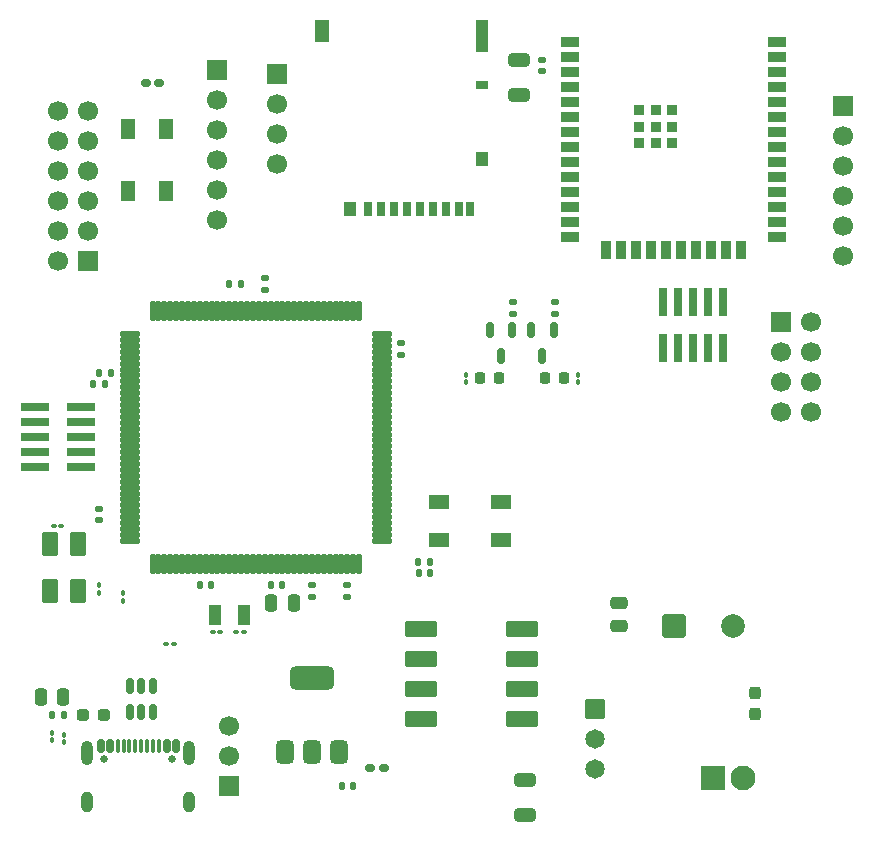
<source format=gbr>
%TF.GenerationSoftware,KiCad,Pcbnew,9.0.3*%
%TF.CreationDate,2025-07-12T21:01:37+12:00*%
%TF.ProjectId,RemiRAT,52656d69-5241-4542-9e6b-696361645f70,rev?*%
%TF.SameCoordinates,Original*%
%TF.FileFunction,Soldermask,Top*%
%TF.FilePolarity,Negative*%
%FSLAX46Y46*%
G04 Gerber Fmt 4.6, Leading zero omitted, Abs format (unit mm)*
G04 Created by KiCad (PCBNEW 9.0.3) date 2025-07-12 21:01:37*
%MOMM*%
%LPD*%
G01*
G04 APERTURE LIST*
G04 Aperture macros list*
%AMRoundRect*
0 Rectangle with rounded corners*
0 $1 Rounding radius*
0 $2 $3 $4 $5 $6 $7 $8 $9 X,Y pos of 4 corners*
0 Add a 4 corners polygon primitive as box body*
4,1,4,$2,$3,$4,$5,$6,$7,$8,$9,$2,$3,0*
0 Add four circle primitives for the rounded corners*
1,1,$1+$1,$2,$3*
1,1,$1+$1,$4,$5*
1,1,$1+$1,$6,$7*
1,1,$1+$1,$8,$9*
0 Add four rect primitives between the rounded corners*
20,1,$1+$1,$2,$3,$4,$5,0*
20,1,$1+$1,$4,$5,$6,$7,0*
20,1,$1+$1,$6,$7,$8,$9,0*
20,1,$1+$1,$8,$9,$2,$3,0*%
G04 Aperture macros list end*
%ADD10RoundRect,0.237500X-0.287500X-0.237500X0.287500X-0.237500X0.287500X0.237500X-0.287500X0.237500X0*%
%ADD11RoundRect,0.135000X0.185000X-0.135000X0.185000X0.135000X-0.185000X0.135000X-0.185000X-0.135000X0*%
%ADD12RoundRect,0.100000X0.130000X0.100000X-0.130000X0.100000X-0.130000X-0.100000X0.130000X-0.100000X0*%
%ADD13RoundRect,0.102000X0.500000X-0.775000X0.500000X0.775000X-0.500000X0.775000X-0.500000X-0.775000X0*%
%ADD14RoundRect,0.150000X-0.150000X0.512500X-0.150000X-0.512500X0.150000X-0.512500X0.150000X0.512500X0*%
%ADD15RoundRect,0.100000X-0.130000X-0.100000X0.130000X-0.100000X0.130000X0.100000X-0.130000X0.100000X0*%
%ADD16RoundRect,0.135000X0.135000X0.185000X-0.135000X0.185000X-0.135000X-0.185000X0.135000X-0.185000X0*%
%ADD17RoundRect,0.140000X0.170000X-0.140000X0.170000X0.140000X-0.170000X0.140000X-0.170000X-0.140000X0*%
%ADD18RoundRect,0.250000X-0.650000X0.325000X-0.650000X-0.325000X0.650000X-0.325000X0.650000X0.325000X0*%
%ADD19RoundRect,0.102000X-0.735000X-0.140000X0.735000X-0.140000X0.735000X0.140000X-0.735000X0.140000X0*%
%ADD20RoundRect,0.102000X-0.140000X-0.735000X0.140000X-0.735000X0.140000X0.735000X-0.140000X0.735000X0*%
%ADD21RoundRect,0.250000X-0.750000X-0.750000X0.750000X-0.750000X0.750000X0.750000X-0.750000X0.750000X0*%
%ADD22C,2.000000*%
%ADD23RoundRect,0.218750X-0.218750X-0.256250X0.218750X-0.256250X0.218750X0.256250X-0.218750X0.256250X0*%
%ADD24R,0.700000X1.200000*%
%ADD25R,1.000000X0.800000*%
%ADD26R,1.000000X1.200000*%
%ADD27R,1.000000X2.800000*%
%ADD28R,1.300000X1.900000*%
%ADD29RoundRect,0.375000X0.375000X-0.625000X0.375000X0.625000X-0.375000X0.625000X-0.375000X-0.625000X0*%
%ADD30RoundRect,0.500000X1.400000X-0.500000X1.400000X0.500000X-1.400000X0.500000X-1.400000X-0.500000X0*%
%ADD31RoundRect,0.237500X0.237500X-0.287500X0.237500X0.287500X-0.237500X0.287500X-0.237500X-0.287500X0*%
%ADD32RoundRect,0.140000X0.140000X0.170000X-0.140000X0.170000X-0.140000X-0.170000X0.140000X-0.170000X0*%
%ADD33RoundRect,0.250000X0.650000X-0.325000X0.650000X0.325000X-0.650000X0.325000X-0.650000X-0.325000X0*%
%ADD34RoundRect,0.218750X0.218750X0.256250X-0.218750X0.256250X-0.218750X-0.256250X0.218750X-0.256250X0*%
%ADD35R,1.700000X1.700000*%
%ADD36C,1.700000*%
%ADD37RoundRect,0.102000X-0.600000X-0.900000X0.600000X-0.900000X0.600000X0.900000X-0.600000X0.900000X0*%
%ADD38RoundRect,0.250001X-0.799999X-0.799999X0.799999X-0.799999X0.799999X0.799999X-0.799999X0.799999X0*%
%ADD39C,2.100000*%
%ADD40RoundRect,0.100000X0.100000X-0.130000X0.100000X0.130000X-0.100000X0.130000X-0.100000X-0.130000X0*%
%ADD41RoundRect,0.140000X-0.140000X-0.170000X0.140000X-0.170000X0.140000X0.170000X-0.140000X0.170000X0*%
%ADD42RoundRect,0.250000X0.250000X0.475000X-0.250000X0.475000X-0.250000X-0.475000X0.250000X-0.475000X0*%
%ADD43C,0.650000*%
%ADD44RoundRect,0.150000X-0.150000X-0.425000X0.150000X-0.425000X0.150000X0.425000X-0.150000X0.425000X0*%
%ADD45RoundRect,0.075000X-0.075000X-0.500000X0.075000X-0.500000X0.075000X0.500000X-0.075000X0.500000X0*%
%ADD46O,1.000000X2.100000*%
%ADD47O,1.000000X1.800000*%
%ADD48R,0.740000X2.400000*%
%ADD49RoundRect,0.250000X-0.250000X-0.475000X0.250000X-0.475000X0.250000X0.475000X-0.250000X0.475000X0*%
%ADD50RoundRect,0.102000X-1.220000X-0.565000X1.220000X-0.565000X1.220000X0.565000X-1.220000X0.565000X0*%
%ADD51R,1.498600X0.889000*%
%ADD52R,0.889000X1.498600*%
%ADD53R,0.889000X0.889000*%
%ADD54RoundRect,0.102000X-0.724000X0.724000X-0.724000X-0.724000X0.724000X-0.724000X0.724000X0.724000X0*%
%ADD55C,1.652000*%
%ADD56RoundRect,0.100000X-0.100000X0.130000X-0.100000X-0.130000X0.100000X-0.130000X0.100000X0.130000X0*%
%ADD57RoundRect,0.250000X0.475000X-0.250000X0.475000X0.250000X-0.475000X0.250000X-0.475000X-0.250000X0*%
%ADD58RoundRect,0.160000X-0.222500X-0.160000X0.222500X-0.160000X0.222500X0.160000X-0.222500X0.160000X0*%
%ADD59R,2.400000X0.740000*%
%ADD60RoundRect,0.140000X-0.170000X0.140000X-0.170000X-0.140000X0.170000X-0.140000X0.170000X0.140000X0*%
%ADD61RoundRect,0.135000X-0.185000X0.135000X-0.185000X-0.135000X0.185000X-0.135000X0.185000X0.135000X0*%
%ADD62RoundRect,0.102000X0.775000X0.500000X-0.775000X0.500000X-0.775000X-0.500000X0.775000X-0.500000X0*%
%ADD63RoundRect,0.135000X-0.135000X-0.185000X0.135000X-0.185000X0.135000X0.185000X-0.135000X0.185000X0*%
%ADD64R,1.000000X1.800000*%
%ADD65RoundRect,0.150000X0.150000X-0.512500X0.150000X0.512500X-0.150000X0.512500X-0.150000X-0.512500X0*%
G04 APERTURE END LIST*
D10*
%TO.C,F1*%
X123625000Y-111000000D03*
X125375000Y-111000000D03*
%TD*%
D11*
%TO.C,R11*%
X160050000Y-77010000D03*
X160050000Y-75990000D03*
%TD*%
D12*
%TO.C,C7*%
X137225000Y-104000000D03*
X136585000Y-104000000D03*
%TD*%
D13*
%TO.C,S3*%
X127400000Y-66625000D03*
X127400000Y-61375000D03*
X130600000Y-66625000D03*
X130600000Y-61375000D03*
%TD*%
D14*
%TO.C,Q2*%
X159950000Y-78362500D03*
X158050000Y-78362500D03*
X159000000Y-80637500D03*
%TD*%
D15*
%TO.C,R4*%
X130680000Y-105000000D03*
X131320000Y-105000000D03*
%TD*%
D16*
%TO.C,R5*%
X153010000Y-98000000D03*
X151990000Y-98000000D03*
%TD*%
D17*
%TO.C,C21*%
X150500000Y-80480000D03*
X150500000Y-79520000D03*
%TD*%
D18*
%TO.C,C8*%
X160500000Y-55525000D03*
X160500000Y-58475000D03*
%TD*%
D19*
%TO.C,U1*%
X127580000Y-78750000D03*
X127580000Y-79250000D03*
X127580000Y-79750000D03*
X127580000Y-80250000D03*
X127580000Y-80750000D03*
X127580000Y-81250000D03*
X127580000Y-81750000D03*
X127580000Y-82250000D03*
X127580000Y-82750000D03*
X127580000Y-83250000D03*
X127580000Y-83750000D03*
X127580000Y-84250000D03*
X127580000Y-84750000D03*
X127580000Y-85250000D03*
X127580000Y-85750000D03*
X127580000Y-86250000D03*
X127580000Y-86750000D03*
X127580000Y-87250000D03*
X127580000Y-87750000D03*
X127580000Y-88250000D03*
X127580000Y-88750000D03*
X127580000Y-89250000D03*
X127580000Y-89750000D03*
X127580000Y-90250000D03*
X127580000Y-90750000D03*
X127580000Y-91250000D03*
X127580000Y-91750000D03*
X127580000Y-92250000D03*
X127580000Y-92750000D03*
X127580000Y-93250000D03*
X127580000Y-93750000D03*
X127580000Y-94250000D03*
X127580000Y-94750000D03*
X127580000Y-95250000D03*
X127580000Y-95750000D03*
X127580000Y-96250000D03*
D20*
X129500000Y-98170000D03*
X130000000Y-98170000D03*
X130500000Y-98170000D03*
X131000000Y-98170000D03*
X131500000Y-98170000D03*
X132000000Y-98170000D03*
X132500000Y-98170000D03*
X133000000Y-98170000D03*
X133500000Y-98170000D03*
X134000000Y-98170000D03*
X134500000Y-98170000D03*
X135000000Y-98170000D03*
X135500000Y-98170000D03*
X136000000Y-98170000D03*
X136500000Y-98170000D03*
X137000000Y-98170000D03*
X137500000Y-98170000D03*
X138000000Y-98170000D03*
X138500000Y-98170000D03*
X139000000Y-98170000D03*
X139500000Y-98170000D03*
X140000000Y-98170000D03*
X140500000Y-98170000D03*
X141000000Y-98170000D03*
X141500000Y-98170000D03*
X142000000Y-98170000D03*
X142500000Y-98170000D03*
X143000000Y-98170000D03*
X143500000Y-98170000D03*
X144000000Y-98170000D03*
X144500000Y-98170000D03*
X145000000Y-98170000D03*
X145500000Y-98170000D03*
X146000000Y-98170000D03*
X146500000Y-98170000D03*
X147000000Y-98170000D03*
D19*
X148920000Y-96250000D03*
X148920000Y-95750000D03*
X148920000Y-95250000D03*
X148920000Y-94750000D03*
X148920000Y-94250000D03*
X148920000Y-93750000D03*
X148920000Y-93250000D03*
X148920000Y-92750000D03*
X148920000Y-92250000D03*
X148920000Y-91750000D03*
X148920000Y-91250000D03*
X148920000Y-90750000D03*
X148920000Y-90250000D03*
X148920000Y-89750000D03*
X148920000Y-89250000D03*
X148920000Y-88750000D03*
X148920000Y-88250000D03*
X148920000Y-87750000D03*
X148920000Y-87250000D03*
X148920000Y-86750000D03*
X148920000Y-86250000D03*
X148920000Y-85750000D03*
X148920000Y-85250000D03*
X148920000Y-84750000D03*
X148920000Y-84250000D03*
X148920000Y-83750000D03*
X148920000Y-83250000D03*
X148920000Y-82750000D03*
X148920000Y-82250000D03*
X148920000Y-81750000D03*
X148920000Y-81250000D03*
X148920000Y-80750000D03*
X148920000Y-80250000D03*
X148920000Y-79750000D03*
X148920000Y-79250000D03*
X148920000Y-78750000D03*
D20*
X147000000Y-76830000D03*
X146500000Y-76830000D03*
X146000000Y-76830000D03*
X145500000Y-76830000D03*
X145000000Y-76830000D03*
X144500000Y-76830000D03*
X144000000Y-76830000D03*
X143500000Y-76830000D03*
X143000000Y-76830000D03*
X142500000Y-76830000D03*
X142000000Y-76830000D03*
X141500000Y-76830000D03*
X141000000Y-76830000D03*
X140500000Y-76830000D03*
X140000000Y-76830000D03*
X139500000Y-76830000D03*
X139000000Y-76830000D03*
X138500000Y-76830000D03*
X138000000Y-76830000D03*
X137500000Y-76830000D03*
X137000000Y-76830000D03*
X136500000Y-76830000D03*
X136000000Y-76830000D03*
X135500000Y-76830000D03*
X135000000Y-76830000D03*
X134500000Y-76830000D03*
X134000000Y-76830000D03*
X133500000Y-76830000D03*
X133000000Y-76830000D03*
X132500000Y-76830000D03*
X132000000Y-76830000D03*
X131500000Y-76830000D03*
X131000000Y-76830000D03*
X130500000Y-76830000D03*
X130000000Y-76830000D03*
X129500000Y-76830000D03*
%TD*%
D21*
%TO.C,C11*%
X173632323Y-103500000D03*
D22*
X178632323Y-103500000D03*
%TD*%
D12*
%TO.C,C5*%
X121790000Y-94970000D03*
X121150000Y-94970000D03*
%TD*%
D23*
%TO.C,LD1*%
X162762500Y-82500000D03*
X164337500Y-82500000D03*
%TD*%
D24*
%TO.C,J4*%
X147755000Y-68190000D03*
X148855000Y-68190000D03*
X149955000Y-68190000D03*
X151055000Y-68190000D03*
X152155000Y-68190000D03*
X153255000Y-68190000D03*
X154355000Y-68190000D03*
X155455000Y-68190000D03*
X156405000Y-68190000D03*
D25*
X157355000Y-57690000D03*
D26*
X157355000Y-63890000D03*
D27*
X157355000Y-53540000D03*
D26*
X146205000Y-68190000D03*
D28*
X143855000Y-53090000D03*
%TD*%
D29*
%TO.C,VR1*%
X140700000Y-114150000D03*
X143000000Y-114150000D03*
X145300000Y-114150000D03*
D30*
X143000000Y-107850000D03*
%TD*%
D17*
%TO.C,C10*%
X125000000Y-94480000D03*
X125000000Y-93520000D03*
%TD*%
D31*
%TO.C,F3*%
X180500000Y-110875000D03*
X180500000Y-109125000D03*
%TD*%
D32*
%TO.C,C3*%
X152980000Y-99000000D03*
X152020000Y-99000000D03*
%TD*%
D33*
%TO.C,C13*%
X161000000Y-119475000D03*
X161000000Y-116525000D03*
%TD*%
D34*
%TO.C,LD2*%
X158837500Y-82500000D03*
X157262500Y-82500000D03*
%TD*%
D35*
%TO.C,J11*%
X136000000Y-117000000D03*
D36*
X136000000Y-114460000D03*
X136000000Y-111920000D03*
%TD*%
D16*
%TO.C,R14*%
X126010000Y-82000000D03*
X124990000Y-82000000D03*
%TD*%
D37*
%TO.C,Y1*%
X120800000Y-96500000D03*
X120800000Y-100500000D03*
X123200000Y-100500000D03*
X123200000Y-96500000D03*
%TD*%
D35*
%TO.C,J3*%
X188000000Y-59460000D03*
D36*
X188000000Y-62000000D03*
X188000000Y-64540000D03*
X188000000Y-67080000D03*
X188000000Y-69620000D03*
X188000000Y-72160000D03*
%TD*%
D35*
%TO.C,J9*%
X182725000Y-77690000D03*
D36*
X185265000Y-77690000D03*
X182725000Y-80230000D03*
X185265000Y-80230000D03*
X182725000Y-82770000D03*
X185265000Y-82770000D03*
X182725000Y-85310000D03*
X185265000Y-85310000D03*
%TD*%
D38*
%TO.C,J10*%
X176960000Y-116367500D03*
D39*
X179500000Y-116367500D03*
%TD*%
D40*
%TO.C,R1*%
X122000000Y-113320000D03*
X122000000Y-112680000D03*
%TD*%
D35*
%TO.C,J7*%
X140000000Y-56690000D03*
D36*
X140000000Y-59230000D03*
X140000000Y-61770000D03*
X140000000Y-64310000D03*
%TD*%
D40*
%TO.C,R2*%
X121000000Y-113140000D03*
X121000000Y-112500000D03*
%TD*%
D41*
%TO.C,C18*%
X133520000Y-100000000D03*
X134480000Y-100000000D03*
%TD*%
D40*
%TO.C,R10*%
X165550000Y-82820000D03*
X165550000Y-82180000D03*
%TD*%
D32*
%TO.C,C19*%
X125460000Y-83000000D03*
X124500000Y-83000000D03*
%TD*%
D40*
%TO.C,R3*%
X127000000Y-101320000D03*
X127000000Y-100680000D03*
%TD*%
D41*
%TO.C,C14*%
X145520000Y-117000000D03*
X146480000Y-117000000D03*
%TD*%
%TO.C,C15*%
X139520000Y-100000000D03*
X140480000Y-100000000D03*
%TD*%
D11*
%TO.C,R9*%
X163550000Y-77010000D03*
X163550000Y-75990000D03*
%TD*%
D42*
%TO.C,C2*%
X121950000Y-109500000D03*
X120050000Y-109500000D03*
%TD*%
D43*
%TO.C,J1*%
X125410000Y-114712500D03*
X131190000Y-114712500D03*
D44*
X125100000Y-113637500D03*
X125900000Y-113637500D03*
D45*
X127050000Y-113637500D03*
X128050000Y-113637500D03*
X128550000Y-113637500D03*
X129550000Y-113637500D03*
D44*
X130700000Y-113637500D03*
X131500000Y-113637500D03*
X131500000Y-113637500D03*
X130700000Y-113637500D03*
D45*
X130050000Y-113637500D03*
X129050000Y-113637500D03*
X127550000Y-113637500D03*
X126550000Y-113637500D03*
D44*
X125900000Y-113637500D03*
X125100000Y-113637500D03*
D46*
X123980000Y-114212500D03*
D47*
X123980000Y-118392500D03*
D46*
X132620000Y-114212500D03*
D47*
X132620000Y-118392500D03*
%TD*%
D48*
%TO.C,J2*%
X172690000Y-79900000D03*
X172690000Y-76000000D03*
X173960000Y-79900000D03*
X173960000Y-76000000D03*
X175230000Y-79900000D03*
X175230000Y-76000000D03*
X176500000Y-79900000D03*
X176500000Y-76000000D03*
X177770000Y-79900000D03*
X177770000Y-76000000D03*
%TD*%
D49*
%TO.C,C16*%
X139550000Y-101500000D03*
X141450000Y-101500000D03*
%TD*%
D50*
%TO.C,S2*%
X152200000Y-103690000D03*
X152200000Y-106230000D03*
X152200000Y-108770000D03*
X152200000Y-111310000D03*
X160800000Y-111310000D03*
X160800000Y-108770000D03*
X160800000Y-106230000D03*
X160800000Y-103690000D03*
%TD*%
D51*
%TO.C,U2*%
X164854300Y-54000000D03*
X164854300Y-55270000D03*
X164854300Y-56540000D03*
X164854300Y-57810000D03*
X164854300Y-59080000D03*
X164854300Y-60350000D03*
X164854300Y-61620000D03*
X164854300Y-62890000D03*
X164854300Y-64160000D03*
X164854300Y-65430000D03*
X164854300Y-66700000D03*
X164854300Y-67970000D03*
X164854300Y-69240000D03*
X164854300Y-70510000D03*
D52*
X167889300Y-71605002D03*
X169159300Y-71605002D03*
X170429300Y-71605002D03*
X171699300Y-71605002D03*
X172969300Y-71605002D03*
X174239300Y-71605002D03*
X175509300Y-71605002D03*
X176779300Y-71605002D03*
X178049300Y-71605002D03*
X179319300Y-71605002D03*
D51*
X182354300Y-70510000D03*
X182354300Y-69240000D03*
X182354300Y-67970000D03*
X182354300Y-66700000D03*
X182354300Y-65430000D03*
X182354300Y-64160000D03*
X182354300Y-62890000D03*
X182354300Y-61620000D03*
X182354300Y-60350000D03*
X182354300Y-59080000D03*
X182354300Y-57810000D03*
X182354300Y-56540000D03*
X182354300Y-55270000D03*
X182354300Y-54000000D03*
D53*
X172100000Y-61186200D03*
X170700000Y-59786200D03*
X170700000Y-61186200D03*
X170700000Y-62586200D03*
X172100000Y-62586200D03*
X172100000Y-59786200D03*
X173500000Y-59786200D03*
X173500000Y-61186200D03*
X173500000Y-62586200D03*
%TD*%
D54*
%TO.C,VR2*%
X167000000Y-110500000D03*
D55*
X167000000Y-113040000D03*
X167000000Y-115580000D03*
%TD*%
D56*
%TO.C,C4*%
X124970000Y-100000000D03*
X124970000Y-100640000D03*
%TD*%
D15*
%TO.C,C6*%
X134585000Y-104000000D03*
X135225000Y-104000000D03*
%TD*%
D35*
%TO.C,J8*%
X124040000Y-72540000D03*
D36*
X121500000Y-72540000D03*
X124040000Y-70000000D03*
X121500000Y-70000000D03*
X124040000Y-67460000D03*
X121500000Y-67460000D03*
X124040000Y-64920000D03*
X121500000Y-64920000D03*
X124040000Y-62380000D03*
X121500000Y-62380000D03*
X124040000Y-59840000D03*
X121500000Y-59840000D03*
%TD*%
D32*
%TO.C,C1*%
X121980000Y-111000000D03*
X121020000Y-111000000D03*
%TD*%
D17*
%TO.C,C20*%
X139000000Y-74980000D03*
X139000000Y-74020000D03*
%TD*%
D57*
%TO.C,C12*%
X169000000Y-103450000D03*
X169000000Y-101550000D03*
%TD*%
D58*
%TO.C,F4*%
X147927500Y-115500000D03*
X149072500Y-115500000D03*
%TD*%
D59*
%TO.C,J5*%
X119550000Y-84960000D03*
X123450000Y-84960000D03*
X119550000Y-86230000D03*
X123450000Y-86230000D03*
X119550000Y-87500000D03*
X123450000Y-87500000D03*
X119550000Y-88770000D03*
X123450000Y-88770000D03*
X119550000Y-90040000D03*
X123450000Y-90040000D03*
%TD*%
D60*
%TO.C,C17*%
X143000000Y-100020000D03*
X143000000Y-100980000D03*
%TD*%
D61*
%TO.C,R13*%
X146000000Y-99990000D03*
X146000000Y-101010000D03*
%TD*%
D62*
%TO.C,S1*%
X159000000Y-96200000D03*
X153750000Y-96200000D03*
X159000000Y-93000000D03*
X153750000Y-93000000D03*
%TD*%
D58*
%TO.C,F2*%
X128927500Y-57500000D03*
X130072500Y-57500000D03*
%TD*%
D60*
%TO.C,C9*%
X162500000Y-55520000D03*
X162500000Y-56480000D03*
%TD*%
D63*
%TO.C,R8*%
X135990000Y-74500000D03*
X137010000Y-74500000D03*
%TD*%
D35*
%TO.C,J6*%
X135000000Y-56420000D03*
D36*
X135000000Y-58960000D03*
X135000000Y-61500000D03*
X135000000Y-64040000D03*
X135000000Y-66580000D03*
X135000000Y-69120000D03*
%TD*%
D56*
%TO.C,R12*%
X156050000Y-82180000D03*
X156050000Y-82820000D03*
%TD*%
D64*
%TO.C,Y2*%
X137250000Y-102500000D03*
X134750000Y-102500000D03*
%TD*%
D14*
%TO.C,Q1*%
X163450000Y-78362500D03*
X161550000Y-78362500D03*
X162500000Y-80637500D03*
%TD*%
D65*
%TO.C,U3*%
X127600000Y-110775000D03*
X128550000Y-110775000D03*
X129500000Y-110775000D03*
X129500000Y-108500000D03*
X128550000Y-108500000D03*
X127600000Y-108500000D03*
%TD*%
M02*

</source>
